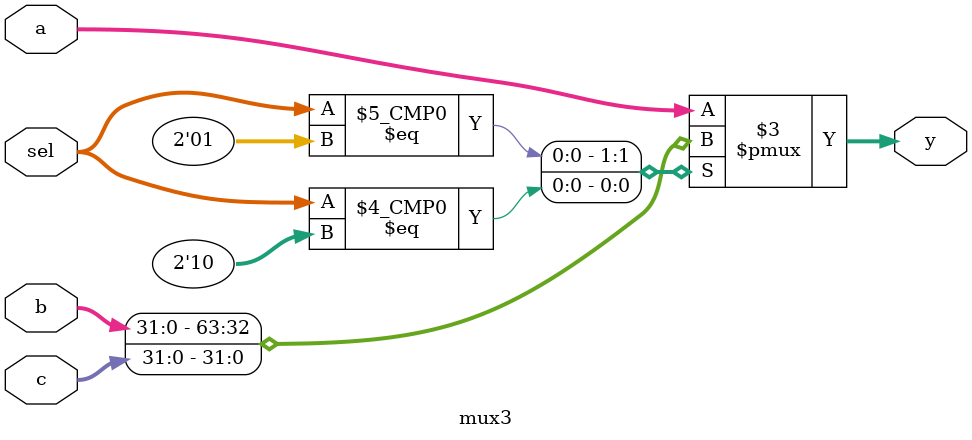
<source format=v>
`timescale 1ns / 1ps


module mux3  (
        input  wire [1:0] sel,
        input  wire [31:0] a,
        input  wire [31:0] b, 
        input  wire [31:0] c, 
        output reg [31:0] y
    );

    always @(*) begin
        case(sel)
            2'b00: y = a;
            2'b01: y = b;
            2'b10: y = c;
            default: y = a;
        endcase
    //assign y = (sel) ? b : a;
    end
endmodule

</source>
